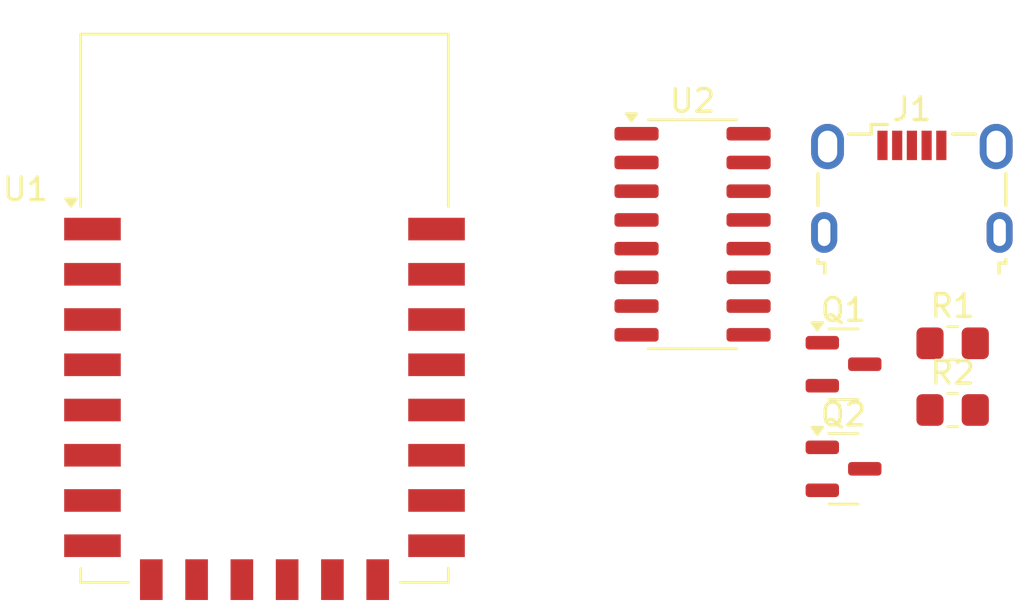
<source format=kicad_pcb>
(kicad_pcb (version 20240108) (generator "pcbnew") (generator_version "8.0")
  (layers (0 "F.Cu" signal) (31 "B.Cu" signal) (34 "B.Paste" user) (35 "F.Paste" user) (36 "B.SilkS" user "B.Silkscreen") (37 "F.SilkS" user "F.Silkscreen") (38 "B.Mask" user) (39 "F.Mask" user) (44 "Edge.Cuts" user))
  (net 0 "")
  (net 29 "nRST")
  (net 30 "RTS")
  (net 31 "Net-(Q1-B)")
  (net 32 "Net-(Q2-B)")
  (net 33 "DTR")
  (net 34 "GPIO0")
  (footprint "RF_Module:ESP-12E" (layer "F.Cu") (at 117.6 79.5)
    (property "Reference" "U1" (at -10.56 -5.26 0) (layer "F.SilkS"))
    (property "Value" "ESP-12F")
    (fp_line (start -8.12 -12.12) (end 8.12 -12.12) (stroke (width 0.12)) (layer "F.SilkS"))
    (fp_line (start -8.12 -4.5) (end -8.12 -12.12) (stroke (width 0.12)) (layer "F.SilkS"))
    (fp_line (start -8.12 12.12) (end -8.12 11.5) (stroke (width 0.12)) (layer "F.SilkS"))
    (fp_line (start -6 12.12) (end -8.12 12.12) (stroke (width 0.12)) (layer "F.SilkS"))
    (fp_line (start 8.12 -12.12) (end 8.12 -4.5) (stroke (width 0.12)) (layer "F.SilkS"))
    (fp_line (start 8.12 11.5) (end 8.12 12.12) (stroke (width 0.12)) (layer "F.SilkS"))
    (fp_line (start 8.12 12.12) (end 6 12.12) (stroke (width 0.12)) (layer "F.SilkS"))
    (fp_poly (pts (xy -8.55 -4.5) (xy -8.79 -4.836) (xy -8.31 -4.836) (xy -8.55 -4.5)) (stroke (width 0.12)) (fill solid) (layer "F.SilkS"))
    (pad "1" smd rect (at -7.6 -3.5) (size 2.5 1) (layers "F.Cu" "F.Paste" "F.Mask"))
    (pad "2" smd rect (at -7.6 -1.5) (size 2.5 1) (layers "F.Cu" "F.Paste" "F.Mask"))
    (pad "3" smd rect (at -7.6 0.5) (size 2.5 1) (layers "F.Cu" "F.Paste" "F.Mask"))
    (pad "4" smd rect (at -7.6 2.5) (size 2.5 1) (layers "F.Cu" "F.Paste" "F.Mask"))
    (pad "5" smd rect (at -7.6 4.5) (size 2.5 1) (layers "F.Cu" "F.Paste" "F.Mask"))
    (pad "6" smd rect (at -7.6 6.5) (size 2.5 1) (layers "F.Cu" "F.Paste" "F.Mask"))
    (pad "7" smd rect (at -7.6 8.5) (size 2.5 1) (layers "F.Cu" "F.Paste" "F.Mask"))
    (pad "8" smd rect (at -7.6 10.5) (size 2.5 1) (layers "F.Cu" "F.Paste" "F.Mask"))
    (pad "9" smd rect (at -5 12) (size 1 1.8) (layers "F.Cu" "F.Paste" "F.Mask"))
    (pad "10" smd rect (at -3 12) (size 1 1.8) (layers "F.Cu" "F.Paste" "F.Mask"))
    (pad "11" smd rect (at -1 12) (size 1 1.8) (layers "F.Cu" "F.Paste" "F.Mask"))
    (pad "12" smd rect (at 1 12) (size 1 1.8) (layers "F.Cu" "F.Paste" "F.Mask"))
    (pad "13" smd rect (at 3 12) (size 1 1.8) (layers "F.Cu" "F.Paste" "F.Mask"))
    (pad "14" smd rect (at 5 12) (size 1 1.8) (layers "F.Cu" "F.Paste" "F.Mask"))
    (pad "15" smd rect (at 7.6 10.5) (size 2.5 1) (layers "F.Cu" "F.Paste" "F.Mask"))
    (pad "16" smd rect (at 7.6 8.5) (size 2.5 1) (layers "F.Cu" "F.Paste" "F.Mask"))
    (pad "17" smd rect (at 7.6 6.5) (size 2.5 1) (layers "F.Cu" "F.Paste" "F.Mask"))
    (pad "18" smd rect (at 7.6 4.5) (size 2.5 1) (layers "F.Cu" "F.Paste" "F.Mask"))
    (pad "19" smd rect (at 7.6 2.5) (size 2.5 1) (layers "F.Cu" "F.Paste" "F.Mask"))
    (pad "20" smd rect (at 7.6 0.5) (size 2.5 1) (layers "F.Cu" "F.Paste" "F.Mask"))
    (pad "21" smd rect (at 7.6 -1.5) (size 2.5 1) (layers "F.Cu" "F.Paste" "F.Mask"))
    (pad "22" smd rect (at 7.6 -3.5) (size 2.5 1) (layers "F.Cu" "F.Paste" "F.Mask"))
  )
  (footprint "Package_SO:SOIC-16_3.9x9.9mm_P1.27mm" (layer "F.Cu") (at 136.51 76.23)
    (property "Reference" "U2" (at 0 -5.9 0) (layer "F.SilkS"))
    (property "Value" "CH340C")
    (fp_line (start 0 -5.06) (end -1.95 -5.06) (stroke (width 0.12)) (layer "F.SilkS"))
    (fp_line (start 0 -5.06) (end 1.95 -5.06) (stroke (width 0.12)) (layer "F.SilkS"))
    (fp_line (start 0 5.06) (end -1.95 5.06) (stroke (width 0.12)) (layer "F.SilkS"))
    (fp_line (start 0 5.06) (end 1.95 5.06) (stroke (width 0.12)) (layer "F.SilkS"))
    (fp_poly (pts (xy -2.7 -5.005) (xy -2.94 -5.335) (xy -2.46 -5.335) (xy -2.7 -5.005)) (stroke (width 0.12)) (fill solid) (layer "F.SilkS"))
    (pad "1" smd roundrect (at -2.475 -4.445) (size 1.95 0.6) (layers "F.Cu" "F.Paste" "F.Mask"))
    (pad "2" smd roundrect (at -2.475 -3.175) (size 1.95 0.6) (layers "F.Cu" "F.Paste" "F.Mask"))
    (pad "3" smd roundrect (at -2.475 -1.905) (size 1.95 0.6) (layers "F.Cu" "F.Paste" "F.Mask"))
    (pad "4" smd roundrect (at -2.475 -0.635) (size 1.95 0.6) (layers "F.Cu" "F.Paste" "F.Mask"))
    (pad "5" smd roundrect (at -2.475 0.635) (size 1.95 0.6) (layers "F.Cu" "F.Paste" "F.Mask"))
    (pad "6" smd roundrect (at -2.475 1.905) (size 1.95 0.6) (layers "F.Cu" "F.Paste" "F.Mask"))
    (pad "7" smd roundrect (at -2.475 3.175) (size 1.95 0.6) (layers "F.Cu" "F.Paste" "F.Mask"))
    (pad "8" smd roundrect (at -2.475 4.445) (size 1.95 0.6) (layers "F.Cu" "F.Paste" "F.Mask"))
    (pad "9" smd roundrect (at 2.475 4.445) (size 1.95 0.6) (layers "F.Cu" "F.Paste" "F.Mask"))
    (pad "10" smd roundrect (at 2.475 3.175) (size 1.95 0.6) (layers "F.Cu" "F.Paste" "F.Mask"))
    (pad "11" smd roundrect (at 2.475 1.905) (size 1.95 0.6) (layers "F.Cu" "F.Paste" "F.Mask"))
    (pad "12" smd roundrect (at 2.475 0.635) (size 1.95 0.6) (layers "F.Cu" "F.Paste" "F.Mask"))
    (pad "13" smd roundrect (at 2.475 -0.635) (size 1.95 0.6) (layers "F.Cu" "F.Paste" "F.Mask"))
    (pad "14" smd roundrect (at 2.475 -1.905) (size 1.95 0.6) (layers "F.Cu" "F.Paste" "F.Mask"))
    (pad "15" smd roundrect (at 2.475 -3.175) (size 1.95 0.6) (layers "F.Cu" "F.Paste" "F.Mask"))
    (pad "16" smd roundrect (at 2.475 -4.445) (size 1.95 0.6) (layers "F.Cu" "F.Paste" "F.Mask"))
  )
  (footprint "Resistor_SMD:R_0805_2012Metric_Pad1.20x1.40mm_HandSolder" (layer "F.Cu") (at 148 81.05)
    (property "Reference" "R1" (at 0 -1.65 0) (layer "F.SilkS"))
    (property "Value" "R")
    (fp_line (start -0.227064 -0.735) (end 0.227064 -0.735) (stroke (width 0.12)) (layer "F.SilkS"))
    (fp_line (start -0.227064 0.735) (end 0.227064 0.735) (stroke (width 0.12)) (layer "F.SilkS"))
    (pad "1" smd roundrect (at -1 0) (size 1.2 1.4) (layers "F.Cu" "F.Paste" "F.Mask") (roundrect_rratio 0.208333) (net 31 "Net-(Q1-B)"))
    (pad "2" smd roundrect (at 1 0) (size 1.2 1.4) (layers "F.Cu" "F.Paste" "F.Mask") (roundrect_rratio 0.208333) (net 33 "DTR"))
  )
  (footprint "Resistor_SMD:R_0805_2012Metric_Pad1.20x1.40mm_HandSolder" (layer "F.Cu") (at 148 84)
    (property "Reference" "R2" (at 0 -1.65 0) (layer "F.SilkS"))
    (property "Value" "R")
    (fp_line (start -0.227064 -0.735) (end 0.227064 -0.735) (stroke (width 0.12)) (layer "F.SilkS"))
    (fp_line (start -0.227064 0.735) (end 0.227064 0.735) (stroke (width 0.12)) (layer "F.SilkS"))
    (pad "1" smd roundrect (at -1 0) (size 1.2 1.4) (layers "F.Cu" "F.Paste" "F.Mask") (roundrect_rratio 0.208333) (net 32 "Net-(Q2-B)"))
    (pad "2" smd roundrect (at 1 0) (size 1.2 1.4) (layers "F.Cu" "F.Paste" "F.Mask") (roundrect_rratio 0.208333) (net 30 "RTS"))
  )
  (footprint "Package_TO_SOT_SMD:SOT-23" (layer "F.Cu") (at 143.18 86.6)
    (property "Reference" "Q2" (at 0 -2.4 0) (layer "F.SilkS"))
    (property "Value" "MMBT5551L")
    (fp_line (start 0 -1.56) (end -0.65 -1.56) (stroke (width 0.12)) (layer "F.SilkS"))
    (fp_line (start 0 -1.56) (end 0.65 -1.56) (stroke (width 0.12)) (layer "F.SilkS"))
    (fp_line (start 0 1.56) (end -0.65 1.56) (stroke (width 0.12)) (layer "F.SilkS"))
    (fp_line (start 0 1.56) (end 0.65 1.56) (stroke (width 0.12)) (layer "F.SilkS"))
    (fp_poly (pts (xy -1.1625 -1.51) (xy -1.4025 -1.84) (xy -0.9225 -1.84) (xy -1.1625 -1.51)) (stroke (width 0.12)) (fill solid) (layer "F.SilkS"))
    (pad "1" smd roundrect (at -0.9375 -0.95) (size 1.475 0.6) (layers "F.Cu" "F.Paste" "F.Mask") (net 32 "Net-(Q2-B)"))
    (pad "2" smd roundrect (at -0.9375 0.95) (size 1.475 0.6) (layers "F.Cu" "F.Paste" "F.Mask") (net 33 "DTR"))
    (pad "3" smd roundrect (at 0.9375 0) (size 1.475 0.6) (layers "F.Cu" "F.Paste" "F.Mask") (net 34 "GPIO0"))
  )
  (footprint "Package_TO_SOT_SMD:SOT-23" (layer "F.Cu") (at 143.18 81.975)
    (property "Reference" "Q1" (at 0 -2.4 0) (layer "F.SilkS"))
    (property "Value" "MMBT5551L")
    (fp_line (start 0 -1.56) (end -0.65 -1.56) (stroke (width 0.12)) (layer "F.SilkS"))
    (fp_line (start 0 -1.56) (end 0.65 -1.56) (stroke (width 0.12)) (layer "F.SilkS"))
    (fp_line (start 0 1.56) (end -0.65 1.56) (stroke (width 0.12)) (layer "F.SilkS"))
    (fp_line (start 0 1.56) (end 0.65 1.56) (stroke (width 0.12)) (layer "F.SilkS"))
    (fp_poly (pts (xy -1.1625 -1.51) (xy -1.4025 -1.84) (xy -0.9225 -1.84) (xy -1.1625 -1.51)) (stroke (width 0.12)) (fill solid) (layer "F.SilkS"))
    (pad "1" smd roundrect (at -0.9375 -0.95) (size 1.475 0.6) (layers "F.Cu" "F.Paste" "F.Mask") (net 31 "Net-(Q1-B)"))
    (pad "2" smd roundrect (at -0.9375 0.95) (size 1.475 0.6) (layers "F.Cu" "F.Paste" "F.Mask") (net 30 "RTS"))
    (pad "3" smd roundrect (at 0.9375 0) (size 1.475 0.6) (layers "F.Cu" "F.Paste" "F.Mask") (net 29 "nRST"))
  )
  (footprint "Connector_USB:USB_Micro-B_Wuerth_629105150521" (layer "F.Cu") (at 146.2 74.2)
    (property "Reference" "J1" (at 0 -3.5 0) (layer "F.SilkS"))
    (property "Value" "USB_B_Micro")
    (fp_line (start -4.15 -0.65) (end -4.15 0.75) (stroke (width 0.15)) (layer "F.SilkS"))
    (fp_line (start -4.15 3.15) (end -4.15 3.3) (stroke (width 0.15)) (layer "F.SilkS"))
    (fp_line (start -4.15 3.3) (end -3.85 3.3) (stroke (width 0.15)) (layer "F.SilkS"))
    (fp_line (start -3.85 3.3) (end -3.85 3.75) (stroke (width 0.15)) (layer "F.SilkS"))
    (fp_line (start -1.8 -2.825) (end -1.8 -2.4) (stroke (width 0.15)) (layer "F.SilkS"))
    (fp_line (start -1.8 -2.4) (end -2.8 -2.4) (stroke (width 0.15)) (layer "F.SilkS"))
    (fp_line (start -1.075 -2.825) (end -1.8 -2.825) (stroke (width 0.15)) (layer "F.SilkS"))
    (fp_line (start 1.8 -2.4) (end 2.8 -2.4) (stroke (width 0.15)) (layer "F.SilkS"))
    (fp_line (start 3.85 3.3) (end 4.15 3.3) (stroke (width 0.15)) (layer "F.SilkS"))
    (fp_line (start 3.85 3.75) (end 3.85 3.3) (stroke (width 0.15)) (layer "F.SilkS"))
    (fp_line (start 4.15 0.75) (end 4.15 -0.65) (stroke (width 0.15)) (layer "F.SilkS"))
    (fp_line (start 4.15 3.3) (end 4.15 3.15) (stroke (width 0.15)) (layer "F.SilkS"))
    (pad "" np_thru_hole oval (at -2.5 -0.8) (size 0.8 0.8) (drill 0.8) (layers "*.Cu" "*.Mask"))
    (pad "" np_thru_hole oval (at 2.5 -0.8) (size 0.8 0.8) (drill 0.8) (layers "*.Cu" "*.Mask"))
    (pad "1" smd rect (at -1.3 -1.9) (size 0.45 1.3) (layers "F.Cu" "F.Paste" "F.Mask"))
    (pad "2" smd rect (at -0.65 -1.9) (size 0.45 1.3) (layers "F.Cu" "F.Paste" "F.Mask"))
    (pad "3" smd rect (at 0 -1.9) (size 0.45 1.3) (layers "F.Cu" "F.Paste" "F.Mask"))
    (pad "4" smd rect (at 0.65 -1.9) (size 0.45 1.3) (layers "F.Cu" "F.Paste" "F.Mask"))
    (pad "5" smd rect (at 1.3 -1.9) (size 0.45 1.3) (layers "F.Cu" "F.Paste" "F.Mask"))
    (pad "6" thru_hole oval (at -3.875 1.95) (size 1.15 1.8) (drill oval 0.55 1.2) (layers "*.Cu" "*.Mask"))
    (pad "6" thru_hole oval (at -3.725 -1.85) (size 1.45 2) (drill oval 0.85 1.4) (layers "*.Cu" "*.Mask"))
    (pad "6" thru_hole oval (at 3.725 -1.85) (size 1.45 2) (drill oval 0.85 1.4) (layers "*.Cu" "*.Mask"))
    (pad "6" thru_hole oval (at 3.875 1.95) (size 1.15 1.8) (drill oval 0.55 1.2) (layers "*.Cu" "*.Mask"))
  )
)
</source>
